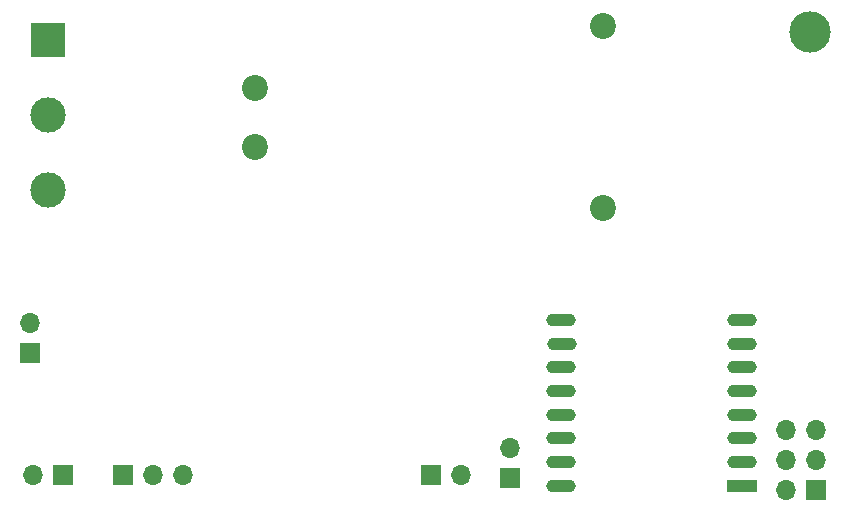
<source format=gbr>
G04 #@! TF.FileFunction,Soldermask,Bot*
%FSLAX46Y46*%
G04 Gerber Fmt 4.6, Leading zero omitted, Abs format (unit mm)*
G04 Created by KiCad (PCBNEW 4.0.5) date Friday, 17 February 2017 'PMt' 12:17:44 PM*
%MOMM*%
%LPD*%
G01*
G04 APERTURE LIST*
%ADD10C,0.100000*%
%ADD11C,2.200000*%
%ADD12C,3.000000*%
%ADD13R,3.000000X3.000000*%
%ADD14R,2.500000X1.100000*%
%ADD15O,2.500000X1.100000*%
%ADD16R,1.700000X1.700000*%
%ADD17O,1.700000X1.700000*%
%ADD18C,3.500000*%
G04 APERTURE END LIST*
D10*
D11*
X119126000Y-68834000D03*
X119126000Y-73834000D03*
X148526000Y-63634000D03*
X148526000Y-79034000D03*
D12*
X101600000Y-77470000D03*
X101600000Y-71120000D03*
D13*
X101600000Y-64770000D03*
D14*
X160369000Y-102519000D03*
D15*
X160369000Y-100519000D03*
X160369000Y-98519000D03*
X160369000Y-96519000D03*
X160369000Y-94519000D03*
X160369000Y-92519000D03*
X160369000Y-90519000D03*
X160369000Y-88519000D03*
X144969000Y-88519000D03*
X145069000Y-90519000D03*
X144969000Y-92519000D03*
X144969000Y-94519000D03*
X144969000Y-96519000D03*
X144969000Y-98519000D03*
X144969000Y-100519000D03*
X144969000Y-102519000D03*
D16*
X166624000Y-102870000D03*
D17*
X164084000Y-102870000D03*
X166624000Y-100330000D03*
X164084000Y-100330000D03*
X166624000Y-97790000D03*
X164084000Y-97790000D03*
D16*
X102870000Y-101600000D03*
D17*
X100330000Y-101600000D03*
D16*
X107950000Y-101600000D03*
D17*
X110490000Y-101600000D03*
X113030000Y-101600000D03*
D16*
X140716000Y-101854000D03*
D17*
X140716000Y-99314000D03*
D16*
X100076000Y-91313000D03*
D17*
X100076000Y-88773000D03*
D16*
X133985000Y-101600000D03*
D17*
X136525000Y-101600000D03*
D18*
X166116000Y-64135000D03*
M02*

</source>
